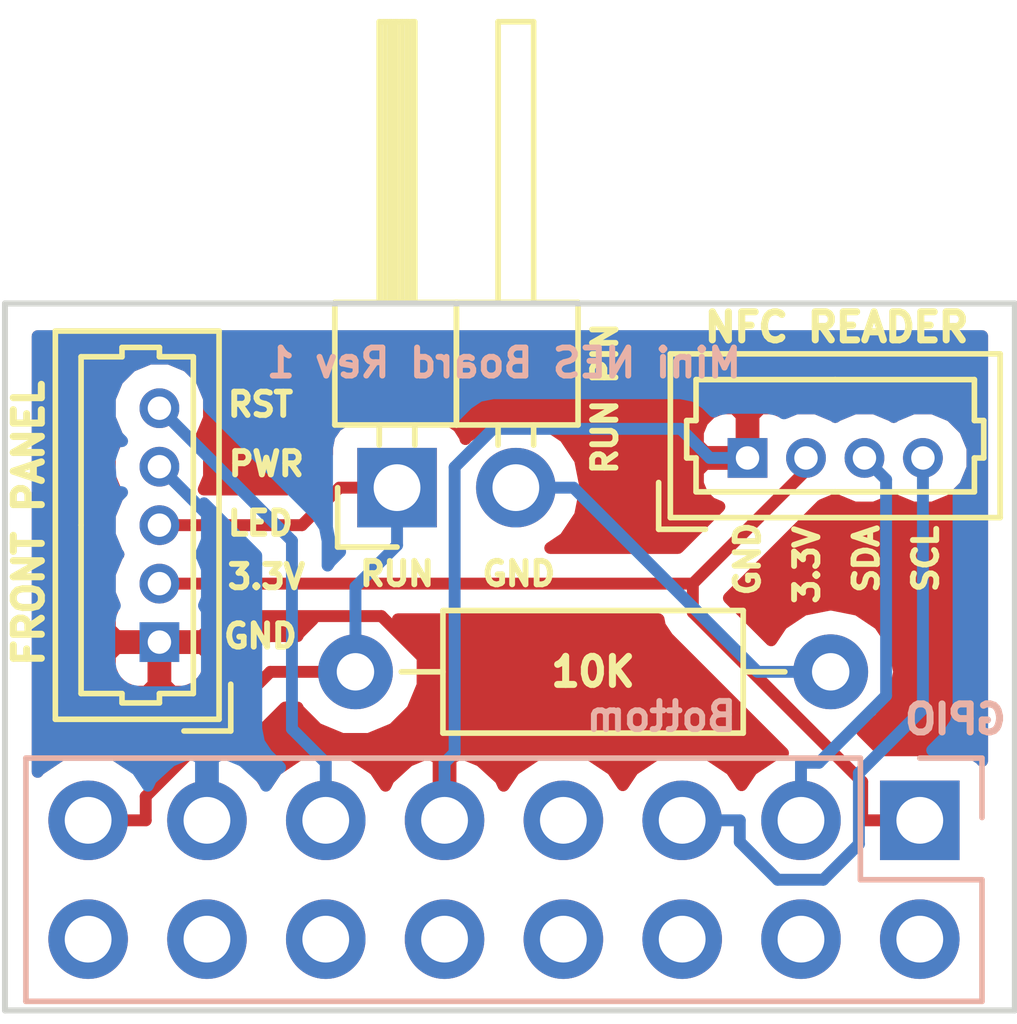
<source format=kicad_pcb>
(kicad_pcb (version 4) (host pcbnew 4.0.6)

  (general
    (links 12)
    (no_connects 0)
    (area 141.421 113.780999 165.672667 136.953142)
    (thickness 1.6)
    (drawings 17)
    (tracks 51)
    (zones 0)
    (modules 5)
    (nets 18)
  )

  (page USLetter)
  (title_block
    (title "Mini-NES_NFC by @coderkevin")
    (date 2017-05-18)
    (rev 1.0)
    (company "Eladio Martinez")
    (comment 1 https://github.com/coderkevin/mini-nes)
    (comment 2 https://oshpark.com/shared_projects/WR0dwyfv)
  )

  (layers
    (0 F.Cu signal)
    (31 B.Cu signal)
    (32 B.Adhes user)
    (33 F.Adhes user)
    (34 B.Paste user)
    (35 F.Paste user)
    (36 B.SilkS user)
    (37 F.SilkS user)
    (38 B.Mask user)
    (39 F.Mask user)
    (40 Dwgs.User user)
    (41 Cmts.User user)
    (42 Eco1.User user)
    (43 Eco2.User user)
    (44 Edge.Cuts user)
    (45 Margin user)
    (46 B.CrtYd user)
    (47 F.CrtYd user)
    (48 B.Fab user)
    (49 F.Fab user)
  )

  (setup
    (last_trace_width 0.254)
    (user_trace_width 0.1524)
    (user_trace_width 0.2)
    (user_trace_width 0.25)
    (user_trace_width 0.3)
    (user_trace_width 0.4)
    (user_trace_width 0.5)
    (user_trace_width 0.6)
    (user_trace_width 0.8)
    (user_trace_width 1)
    (user_trace_width 1.2)
    (user_trace_width 1.5)
    (user_trace_width 2)
    (trace_clearance 0.254)
    (zone_clearance 0.508)
    (zone_45_only no)
    (trace_min 0.1524)
    (segment_width 0.127)
    (edge_width 0.127)
    (via_size 0.6858)
    (via_drill 0.3302)
    (via_min_size 0.6858)
    (via_min_drill 0.3302)
    (uvia_size 0.508)
    (uvia_drill 0.127)
    (uvias_allowed no)
    (uvia_min_size 0.508)
    (uvia_min_drill 0.127)
    (pcb_text_width 0.127)
    (pcb_text_size 0.6 0.6)
    (mod_edge_width 0.127)
    (mod_text_size 0.6 0.6)
    (mod_text_width 0.127)
    (pad_size 1.524 1.524)
    (pad_drill 0.762)
    (pad_to_mask_clearance 0.05)
    (pad_to_paste_clearance -0.04)
    (aux_axis_origin 0 0)
    (visible_elements 7FFFFFFF)
    (pcbplotparams
      (layerselection 0x010f0_80000001)
      (usegerberextensions true)
      (excludeedgelayer true)
      (linewidth 0.127000)
      (plotframeref false)
      (viasonmask false)
      (mode 1)
      (useauxorigin false)
      (hpglpennumber 1)
      (hpglpenspeed 20)
      (hpglpendiameter 15)
      (hpglpenoverlay 2)
      (psnegative false)
      (psa4output false)
      (plotreference true)
      (plotvalue true)
      (plotinvisibletext false)
      (padsonsilk false)
      (subtractmaskfromsilk false)
      (outputformat 1)
      (mirror false)
      (drillshape 0)
      (scaleselection 1)
      (outputdirectory Mini-NES_Board.gerber/))
  )

  (net 0 "")
  (net 1 /LED)
  (net 2 /GND)
  (net 3 /VCC)
  (net 4 /SDA)
  (net 5 /SCL)
  (net 6 "Net-(J2-Pad2)")
  (net 7 "Net-(J2-Pad4)")
  (net 8 "Net-(J2-Pad6)")
  (net 9 "Net-(J2-Pad7)")
  (net 10 "Net-(J2-Pad8)")
  (net 11 "Net-(J2-Pad10)")
  (net 12 /RST)
  (net 13 "Net-(J2-Pad12)")
  (net 14 /PWR)
  (net 15 "Net-(J2-Pad14)")
  (net 16 "Net-(J2-Pad16)")
  (net 17 "Net-(J3-Pad2)")

  (net_class Default "Dit is de standaard class."
    (clearance 0.254)
    (trace_width 0.254)
    (via_dia 0.6858)
    (via_drill 0.3302)
    (uvia_dia 0.508)
    (uvia_drill 0.127)
    (add_net /GND)
    (add_net /LED)
    (add_net /PWR)
    (add_net /RST)
    (add_net /SCL)
    (add_net /SDA)
    (add_net /VCC)
    (add_net "Net-(J2-Pad10)")
    (add_net "Net-(J2-Pad12)")
    (add_net "Net-(J2-Pad14)")
    (add_net "Net-(J2-Pad16)")
    (add_net "Net-(J2-Pad2)")
    (add_net "Net-(J2-Pad4)")
    (add_net "Net-(J2-Pad6)")
    (add_net "Net-(J2-Pad7)")
    (add_net "Net-(J2-Pad8)")
    (add_net "Net-(J3-Pad2)")
  )

  (net_class 0.2mm ""
    (clearance 0.2)
    (trace_width 0.2)
    (via_dia 0.6858)
    (via_drill 0.3302)
    (uvia_dia 0.508)
    (uvia_drill 0.127)
  )

  (net_class Minimal ""
    (clearance 0.1524)
    (trace_width 0.1524)
    (via_dia 0.6858)
    (via_drill 0.3302)
    (uvia_dia 0.508)
    (uvia_drill 0.127)
  )

  (module Connectors_Molex:Molex_PicoBlade_53047-0410_04x1.25mm_Straight placed (layer F.Cu) (tedit 591F2AED) (tstamp 591F2657)
    (at 158.877 123.825)
    (descr "Molex PicoBlade, single row, top entry type, through hole, PN:53047-0410")
    (tags "connector molex picoblade")
    (path /591DF89C)
    (fp_text reference "NFC READER" (at 1.905 -2.794) (layer F.SilkS)
      (effects (font (size 0.6 0.6) (thickness 0.15)))
    )
    (fp_text value "NFC READER" (at 1.875 -3.25) (layer F.Fab) hide
      (effects (font (size 1 1) (thickness 0.15)))
    )
    (fp_line (start -2 -2.55) (end -2 1.6) (layer F.CrtYd) (width 0.05))
    (fp_line (start -2 1.6) (end 5.75 1.6) (layer F.CrtYd) (width 0.05))
    (fp_line (start 5.75 1.6) (end 5.75 -2.55) (layer F.CrtYd) (width 0.05))
    (fp_line (start 5.75 -2.55) (end -2 -2.55) (layer F.CrtYd) (width 0.05))
    (fp_line (start -1.5 -2.075) (end -1.5 1.125) (layer F.Fab) (width 0.1))
    (fp_line (start -1.5 1.125) (end 5.25 1.125) (layer F.Fab) (width 0.1))
    (fp_line (start 5.25 1.125) (end 5.25 -2.075) (layer F.Fab) (width 0.1))
    (fp_line (start 5.25 -2.075) (end -1.5 -2.075) (layer F.Fab) (width 0.1))
    (fp_line (start -1.65 -2.225) (end -1.65 1.275) (layer F.SilkS) (width 0.12))
    (fp_line (start -1.65 1.275) (end 5.4 1.275) (layer F.SilkS) (width 0.12))
    (fp_line (start 5.4 1.275) (end 5.4 -2.225) (layer F.SilkS) (width 0.12))
    (fp_line (start 5.4 -2.225) (end -1.65 -2.225) (layer F.SilkS) (width 0.12))
    (fp_line (start 1.875 0.725) (end -1.1 0.725) (layer F.SilkS) (width 0.12))
    (fp_line (start -1.1 0.725) (end -1.1 0) (layer F.SilkS) (width 0.12))
    (fp_line (start -1.1 0) (end -1.3 0) (layer F.SilkS) (width 0.12))
    (fp_line (start -1.3 0) (end -1.3 -0.8) (layer F.SilkS) (width 0.12))
    (fp_line (start -1.3 -0.8) (end -1.1 -0.8) (layer F.SilkS) (width 0.12))
    (fp_line (start -1.1 -0.8) (end -1.1 -1.675) (layer F.SilkS) (width 0.12))
    (fp_line (start -1.1 -1.675) (end 1.875 -1.675) (layer F.SilkS) (width 0.12))
    (fp_line (start 1.875 0.725) (end 4.85 0.725) (layer F.SilkS) (width 0.12))
    (fp_line (start 4.85 0.725) (end 4.85 0) (layer F.SilkS) (width 0.12))
    (fp_line (start 4.85 0) (end 5.05 0) (layer F.SilkS) (width 0.12))
    (fp_line (start 5.05 0) (end 5.05 -0.8) (layer F.SilkS) (width 0.12))
    (fp_line (start 5.05 -0.8) (end 4.85 -0.8) (layer F.SilkS) (width 0.12))
    (fp_line (start 4.85 -0.8) (end 4.85 -1.675) (layer F.SilkS) (width 0.12))
    (fp_line (start 4.85 -1.675) (end 1.875 -1.675) (layer F.SilkS) (width 0.12))
    (fp_line (start -1.9 1.525) (end -1.9 0.525) (layer F.SilkS) (width 0.12))
    (fp_line (start -1.9 1.525) (end -0.9 1.525) (layer F.SilkS) (width 0.12))
    (fp_text user %R (at 1.875 -1.25) (layer F.Fab) hide
      (effects (font (size 1 1) (thickness 0.15)))
    )
    (pad 1 thru_hole rect (at 0 0) (size 0.85 0.85) (drill 0.5) (layers *.Cu *.Mask)
      (net 2 /GND))
    (pad 2 thru_hole circle (at 1.25 0) (size 0.85 0.85) (drill 0.5) (layers *.Cu *.Mask)
      (net 3 /VCC))
    (pad 3 thru_hole circle (at 2.5 0) (size 0.85 0.85) (drill 0.5) (layers *.Cu *.Mask)
      (net 4 /SDA))
    (pad 4 thru_hole circle (at 3.75 0) (size 0.85 0.85) (drill 0.5) (layers *.Cu *.Mask)
      (net 5 /SCL))
    (model Connectors_Molex.3dshapes/Molex_PicoBlade_53047-0410.wrl
      (at (xyz 0.075 0 0))
      (scale (xyz 1 1 1))
      (rotate (xyz 0 0 180))
    )
  )

  (module Socket_Strips:Socket_Strip_Straight_2x08_Pitch2.54mm placed (layer B.Cu) (tedit 591F2D03) (tstamp 591F266B)
    (at 162.56 131.572 90)
    (descr "Through hole straight socket strip, 2x08, 2.54mm pitch, double rows")
    (tags "Through hole socket strip THT 2x08 2.54mm double row")
    (path /591DF53B)
    (fp_text reference GPIO (at 2.159 0.762 180) (layer B.SilkS)
      (effects (font (size 0.6 0.6) (thickness 0.15)) (justify mirror))
    )
    (fp_text value "RPi3 GPIO" (at -1.27 -20.11 90) (layer B.Fab) hide
      (effects (font (size 1 1) (thickness 0.15)) (justify mirror))
    )
    (fp_line (start -3.81 1.27) (end -3.81 -19.05) (layer B.Fab) (width 0.1))
    (fp_line (start -3.81 -19.05) (end 1.27 -19.05) (layer B.Fab) (width 0.1))
    (fp_line (start 1.27 -19.05) (end 1.27 1.27) (layer B.Fab) (width 0.1))
    (fp_line (start 1.27 1.27) (end -3.81 1.27) (layer B.Fab) (width 0.1))
    (fp_line (start 1.33 -1.27) (end 1.33 -19.11) (layer B.SilkS) (width 0.12))
    (fp_line (start 1.33 -19.11) (end -3.87 -19.11) (layer B.SilkS) (width 0.12))
    (fp_line (start -3.87 -19.11) (end -3.87 1.33) (layer B.SilkS) (width 0.12))
    (fp_line (start -3.87 1.33) (end -1.27 1.33) (layer B.SilkS) (width 0.12))
    (fp_line (start -1.27 1.33) (end -1.27 -1.27) (layer B.SilkS) (width 0.12))
    (fp_line (start -1.27 -1.27) (end 1.33 -1.27) (layer B.SilkS) (width 0.12))
    (fp_line (start 1.33 0) (end 1.33 1.33) (layer B.SilkS) (width 0.12))
    (fp_line (start 1.33 1.33) (end 0.06 1.33) (layer B.SilkS) (width 0.12))
    (fp_line (start -4.35 1.8) (end -4.35 -19.55) (layer B.CrtYd) (width 0.05))
    (fp_line (start -4.35 -19.55) (end 1.8 -19.55) (layer B.CrtYd) (width 0.05))
    (fp_line (start 1.8 -19.55) (end 1.8 1.8) (layer B.CrtYd) (width 0.05))
    (fp_line (start 1.8 1.8) (end -4.35 1.8) (layer B.CrtYd) (width 0.05))
    (fp_text user %R (at -1.27 2.33 90) (layer B.Fab) hide
      (effects (font (size 1 1) (thickness 0.15)) (justify mirror))
    )
    (pad 1 thru_hole rect (at 0 0 90) (size 1.7 1.7) (drill 1) (layers *.Cu *.Mask)
      (net 3 /VCC))
    (pad 2 thru_hole oval (at -2.54 0 90) (size 1.7 1.7) (drill 1) (layers *.Cu *.Mask)
      (net 6 "Net-(J2-Pad2)"))
    (pad 3 thru_hole oval (at 0 -2.54 90) (size 1.7 1.7) (drill 1) (layers *.Cu *.Mask)
      (net 4 /SDA))
    (pad 4 thru_hole oval (at -2.54 -2.54 90) (size 1.7 1.7) (drill 1) (layers *.Cu *.Mask)
      (net 7 "Net-(J2-Pad4)"))
    (pad 5 thru_hole oval (at 0 -5.08 90) (size 1.7 1.7) (drill 1) (layers *.Cu *.Mask)
      (net 5 /SCL))
    (pad 6 thru_hole oval (at -2.54 -5.08 90) (size 1.7 1.7) (drill 1) (layers *.Cu *.Mask)
      (net 8 "Net-(J2-Pad6)"))
    (pad 7 thru_hole oval (at 0 -7.62 90) (size 1.7 1.7) (drill 1) (layers *.Cu *.Mask)
      (net 9 "Net-(J2-Pad7)"))
    (pad 8 thru_hole oval (at -2.54 -7.62 90) (size 1.7 1.7) (drill 1) (layers *.Cu *.Mask)
      (net 10 "Net-(J2-Pad8)"))
    (pad 9 thru_hole oval (at 0 -10.16 90) (size 1.7 1.7) (drill 1) (layers *.Cu *.Mask)
      (net 2 /GND))
    (pad 10 thru_hole oval (at -2.54 -10.16 90) (size 1.7 1.7) (drill 1) (layers *.Cu *.Mask)
      (net 11 "Net-(J2-Pad10)"))
    (pad 11 thru_hole oval (at 0 -12.7 90) (size 1.7 1.7) (drill 1) (layers *.Cu *.Mask)
      (net 12 /RST))
    (pad 12 thru_hole oval (at -2.54 -12.7 90) (size 1.7 1.7) (drill 1) (layers *.Cu *.Mask)
      (net 13 "Net-(J2-Pad12)"))
    (pad 13 thru_hole oval (at 0 -15.24 90) (size 1.7 1.7) (drill 1) (layers *.Cu *.Mask)
      (net 14 /PWR))
    (pad 14 thru_hole oval (at -2.54 -15.24 90) (size 1.7 1.7) (drill 1) (layers *.Cu *.Mask)
      (net 15 "Net-(J2-Pad14)"))
    (pad 15 thru_hole oval (at 0 -17.78 90) (size 1.7 1.7) (drill 1) (layers *.Cu *.Mask)
      (net 1 /LED))
    (pad 16 thru_hole oval (at -2.54 -17.78 90) (size 1.7 1.7) (drill 1) (layers *.Cu *.Mask)
      (net 16 "Net-(J2-Pad16)"))
    (model ${KISYS3DMOD}/Socket_Strips.3dshapes/Socket_Strip_Straight_2x08_Pitch2.54mm.wrl
      (at (xyz -0.05 -0.35 0))
      (scale (xyz 1 1 1))
      (rotate (xyz 0 0 270))
    )
  )

  (module Pin_Headers:Pin_Header_Angled_1x02_Pitch2.54mm placed (layer F.Cu) (tedit 5942A287) (tstamp 591F2671)
    (at 151.384 124.46 90)
    (descr "Through hole angled pin header, 1x02, 2.54mm pitch, 6mm pin length, single row")
    (tags "Through hole angled pin header THT 1x02 2.54mm single row")
    (path /591E03C4)
    (fp_text reference "RUN PIN" (at 1.905 4.445 90) (layer F.SilkS)
      (effects (font (size 0.5 0.5) (thickness 0.125)))
    )
    (fp_text value "RESET PIN" (at 4.315 4.81 90) (layer F.Fab) hide
      (effects (font (size 1 1) (thickness 0.15)))
    )
    (fp_line (start 1.4 -1.27) (end 1.4 1.27) (layer F.Fab) (width 0.1))
    (fp_line (start 1.4 1.27) (end 3.9 1.27) (layer F.Fab) (width 0.1))
    (fp_line (start 3.9 1.27) (end 3.9 -1.27) (layer F.Fab) (width 0.1))
    (fp_line (start 3.9 -1.27) (end 1.4 -1.27) (layer F.Fab) (width 0.1))
    (fp_line (start 0 -0.32) (end 0 0.32) (layer F.Fab) (width 0.1))
    (fp_line (start 0 0.32) (end 9.9 0.32) (layer F.Fab) (width 0.1))
    (fp_line (start 9.9 0.32) (end 9.9 -0.32) (layer F.Fab) (width 0.1))
    (fp_line (start 9.9 -0.32) (end 0 -0.32) (layer F.Fab) (width 0.1))
    (fp_line (start 1.4 1.27) (end 1.4 3.81) (layer F.Fab) (width 0.1))
    (fp_line (start 1.4 3.81) (end 3.9 3.81) (layer F.Fab) (width 0.1))
    (fp_line (start 3.9 3.81) (end 3.9 1.27) (layer F.Fab) (width 0.1))
    (fp_line (start 3.9 1.27) (end 1.4 1.27) (layer F.Fab) (width 0.1))
    (fp_line (start 0 2.22) (end 0 2.86) (layer F.Fab) (width 0.1))
    (fp_line (start 0 2.86) (end 9.9 2.86) (layer F.Fab) (width 0.1))
    (fp_line (start 9.9 2.86) (end 9.9 2.22) (layer F.Fab) (width 0.1))
    (fp_line (start 9.9 2.22) (end 0 2.22) (layer F.Fab) (width 0.1))
    (fp_line (start 1.34 -1.33) (end 1.34 1.27) (layer F.SilkS) (width 0.12))
    (fp_line (start 1.34 1.27) (end 3.96 1.27) (layer F.SilkS) (width 0.12))
    (fp_line (start 3.96 1.27) (end 3.96 -1.33) (layer F.SilkS) (width 0.12))
    (fp_line (start 3.96 -1.33) (end 1.34 -1.33) (layer F.SilkS) (width 0.12))
    (fp_line (start 3.96 -0.38) (end 3.96 0.38) (layer F.SilkS) (width 0.12))
    (fp_line (start 3.96 0.38) (end 9.96 0.38) (layer F.SilkS) (width 0.12))
    (fp_line (start 9.96 0.38) (end 9.96 -0.38) (layer F.SilkS) (width 0.12))
    (fp_line (start 9.96 -0.38) (end 3.96 -0.38) (layer F.SilkS) (width 0.12))
    (fp_line (start 0.91 -0.38) (end 1.34 -0.38) (layer F.SilkS) (width 0.12))
    (fp_line (start 0.91 0.38) (end 1.34 0.38) (layer F.SilkS) (width 0.12))
    (fp_line (start 3.96 -0.26) (end 9.96 -0.26) (layer F.SilkS) (width 0.12))
    (fp_line (start 3.96 -0.14) (end 9.96 -0.14) (layer F.SilkS) (width 0.12))
    (fp_line (start 3.96 -0.02) (end 9.96 -0.02) (layer F.SilkS) (width 0.12))
    (fp_line (start 3.96 0.1) (end 9.96 0.1) (layer F.SilkS) (width 0.12))
    (fp_line (start 3.96 0.22) (end 9.96 0.22) (layer F.SilkS) (width 0.12))
    (fp_line (start 3.96 0.34) (end 9.96 0.34) (layer F.SilkS) (width 0.12))
    (fp_line (start 1.34 1.27) (end 1.34 3.87) (layer F.SilkS) (width 0.12))
    (fp_line (start 1.34 3.87) (end 3.96 3.87) (layer F.SilkS) (width 0.12))
    (fp_line (start 3.96 3.87) (end 3.96 1.27) (layer F.SilkS) (width 0.12))
    (fp_line (start 3.96 1.27) (end 1.34 1.27) (layer F.SilkS) (width 0.12))
    (fp_line (start 3.96 2.16) (end 3.96 2.92) (layer F.SilkS) (width 0.12))
    (fp_line (start 3.96 2.92) (end 9.96 2.92) (layer F.SilkS) (width 0.12))
    (fp_line (start 9.96 2.92) (end 9.96 2.16) (layer F.SilkS) (width 0.12))
    (fp_line (start 9.96 2.16) (end 3.96 2.16) (layer F.SilkS) (width 0.12))
    (fp_line (start 0.91 2.16) (end 1.34 2.16) (layer F.SilkS) (width 0.12))
    (fp_line (start 0.91 2.92) (end 1.34 2.92) (layer F.SilkS) (width 0.12))
    (fp_line (start -1.27 0) (end -1.27 -1.27) (layer F.SilkS) (width 0.12))
    (fp_line (start -1.27 -1.27) (end 0 -1.27) (layer F.SilkS) (width 0.12))
    (fp_line (start -1.8 -1.8) (end -1.8 4.35) (layer F.CrtYd) (width 0.05))
    (fp_line (start -1.8 4.35) (end 10.4 4.35) (layer F.CrtYd) (width 0.05))
    (fp_line (start 10.4 4.35) (end 10.4 -1.8) (layer F.CrtYd) (width 0.05))
    (fp_line (start 10.4 -1.8) (end -1.8 -1.8) (layer F.CrtYd) (width 0.05))
    (fp_text user %R (at 4.315 -2.27 90) (layer F.Fab) hide
      (effects (font (size 1 1) (thickness 0.15)))
    )
    (pad 1 thru_hole rect (at 0 0 90) (size 1.7 1.7) (drill 1) (layers *.Cu *.Mask)
      (net 1 /LED))
    (pad 2 thru_hole oval (at 0 2.54 90) (size 1.7 1.7) (drill 1) (layers *.Cu *.Mask)
      (net 17 "Net-(J3-Pad2)"))
    (model ${KISYS3DMOD}/Pin_Headers.3dshapes/Pin_Header_Angled_1x02_Pitch2.54mm.wrl
      (at (xyz 0 -0.05 0))
      (scale (xyz 1 1 1))
      (rotate (xyz 0 0 90))
    )
  )

  (module Connectors_Molex:Molex_PicoBlade_53047-0510_05x1.25mm_Straight placed (layer F.Cu) (tedit 591F2968) (tstamp 591F267A)
    (at 146.304 127.762 90)
    (descr "Molex PicoBlade, single row, top entry type, through hole, PN:53047-0510")
    (tags "connector molex picoblade")
    (path /591E40B0)
    (fp_text reference "FRONT PANEL" (at 2.54 -2.794 90) (layer F.SilkS)
      (effects (font (size 0.6 0.6) (thickness 0.15)))
    )
    (fp_text value "FRONT PANEL" (at 2.5 -3.25 90) (layer F.Fab) hide
      (effects (font (size 1 1) (thickness 0.15)))
    )
    (fp_line (start -2 -2.55) (end -2 1.6) (layer F.CrtYd) (width 0.05))
    (fp_line (start -2 1.6) (end 7 1.6) (layer F.CrtYd) (width 0.05))
    (fp_line (start 7 1.6) (end 7 -2.55) (layer F.CrtYd) (width 0.05))
    (fp_line (start 7 -2.55) (end -2 -2.55) (layer F.CrtYd) (width 0.05))
    (fp_line (start -1.5 -2.075) (end -1.5 1.125) (layer F.Fab) (width 0.1))
    (fp_line (start -1.5 1.125) (end 6.5 1.125) (layer F.Fab) (width 0.1))
    (fp_line (start 6.5 1.125) (end 6.5 -2.075) (layer F.Fab) (width 0.1))
    (fp_line (start 6.5 -2.075) (end -1.5 -2.075) (layer F.Fab) (width 0.1))
    (fp_line (start -1.65 -2.225) (end -1.65 1.275) (layer F.SilkS) (width 0.12))
    (fp_line (start -1.65 1.275) (end 6.65 1.275) (layer F.SilkS) (width 0.12))
    (fp_line (start 6.65 1.275) (end 6.65 -2.225) (layer F.SilkS) (width 0.12))
    (fp_line (start 6.65 -2.225) (end -1.65 -2.225) (layer F.SilkS) (width 0.12))
    (fp_line (start 2.5 0.725) (end -1.1 0.725) (layer F.SilkS) (width 0.12))
    (fp_line (start -1.1 0.725) (end -1.1 0) (layer F.SilkS) (width 0.12))
    (fp_line (start -1.1 0) (end -1.3 0) (layer F.SilkS) (width 0.12))
    (fp_line (start -1.3 0) (end -1.3 -0.8) (layer F.SilkS) (width 0.12))
    (fp_line (start -1.3 -0.8) (end -1.1 -0.8) (layer F.SilkS) (width 0.12))
    (fp_line (start -1.1 -0.8) (end -1.1 -1.675) (layer F.SilkS) (width 0.12))
    (fp_line (start -1.1 -1.675) (end 2.5 -1.675) (layer F.SilkS) (width 0.12))
    (fp_line (start 2.5 0.725) (end 6.1 0.725) (layer F.SilkS) (width 0.12))
    (fp_line (start 6.1 0.725) (end 6.1 0) (layer F.SilkS) (width 0.12))
    (fp_line (start 6.1 0) (end 6.3 0) (layer F.SilkS) (width 0.12))
    (fp_line (start 6.3 0) (end 6.3 -0.8) (layer F.SilkS) (width 0.12))
    (fp_line (start 6.3 -0.8) (end 6.1 -0.8) (layer F.SilkS) (width 0.12))
    (fp_line (start 6.1 -0.8) (end 6.1 -1.675) (layer F.SilkS) (width 0.12))
    (fp_line (start 6.1 -1.675) (end 2.5 -1.675) (layer F.SilkS) (width 0.12))
    (fp_line (start -1.9 1.525) (end -1.9 0.525) (layer F.SilkS) (width 0.12))
    (fp_line (start -1.9 1.525) (end -0.9 1.525) (layer F.SilkS) (width 0.12))
    (fp_text user %R (at 2.5 -1.25 90) (layer F.Fab) hide
      (effects (font (size 1 1) (thickness 0.15)))
    )
    (pad 1 thru_hole rect (at 0 0 90) (size 0.85 0.85) (drill 0.5) (layers *.Cu *.Mask)
      (net 2 /GND))
    (pad 2 thru_hole circle (at 1.25 0 90) (size 0.85 0.85) (drill 0.5) (layers *.Cu *.Mask)
      (net 3 /VCC))
    (pad 3 thru_hole circle (at 2.5 0 90) (size 0.85 0.85) (drill 0.5) (layers *.Cu *.Mask)
      (net 1 /LED))
    (pad 4 thru_hole circle (at 3.75 0 90) (size 0.85 0.85) (drill 0.5) (layers *.Cu *.Mask)
      (net 14 /PWR))
    (pad 5 thru_hole circle (at 5 0 90) (size 0.85 0.85) (drill 0.5) (layers *.Cu *.Mask)
      (net 12 /RST))
    (model Connectors_Molex.3dshapes/Molex_PicoBlade_53047-0510.wrl
      (at (xyz 0.1 0 0))
      (scale (xyz 1 1 1))
      (rotate (xyz 0 0 180))
    )
  )

  (module Resistors_THT:R_Axial_DIN0207_L6.3mm_D2.5mm_P10.16mm_Horizontal placed (layer F.Cu) (tedit 591F2CD7) (tstamp 591F2680)
    (at 150.495 128.397)
    (descr "Resistor, Axial_DIN0207 series, Axial, Horizontal, pin pitch=10.16mm, 0.25W = 1/4W, length*diameter=6.3*2.5mm^2, http://cdn-reichelt.de/documents/datenblatt/B400/1_4W%23YAG.pdf")
    (tags "Resistor Axial_DIN0207 series Axial Horizontal pin pitch 10.16mm 0.25W = 1/4W length 6.3mm diameter 2.5mm")
    (path /591DF7AE)
    (fp_text reference 10K (at 5.08 0) (layer F.SilkS)
      (effects (font (size 0.6 0.6) (thickness 0.15)))
    )
    (fp_text value 10K (at 5.08 2.31) (layer F.Fab) hide
      (effects (font (size 1 1) (thickness 0.15)))
    )
    (fp_line (start 1.93 -1.25) (end 1.93 1.25) (layer F.Fab) (width 0.1))
    (fp_line (start 1.93 1.25) (end 8.23 1.25) (layer F.Fab) (width 0.1))
    (fp_line (start 8.23 1.25) (end 8.23 -1.25) (layer F.Fab) (width 0.1))
    (fp_line (start 8.23 -1.25) (end 1.93 -1.25) (layer F.Fab) (width 0.1))
    (fp_line (start 0 0) (end 1.93 0) (layer F.Fab) (width 0.1))
    (fp_line (start 10.16 0) (end 8.23 0) (layer F.Fab) (width 0.1))
    (fp_line (start 1.87 -1.31) (end 1.87 1.31) (layer F.SilkS) (width 0.12))
    (fp_line (start 1.87 1.31) (end 8.29 1.31) (layer F.SilkS) (width 0.12))
    (fp_line (start 8.29 1.31) (end 8.29 -1.31) (layer F.SilkS) (width 0.12))
    (fp_line (start 8.29 -1.31) (end 1.87 -1.31) (layer F.SilkS) (width 0.12))
    (fp_line (start 0.98 0) (end 1.87 0) (layer F.SilkS) (width 0.12))
    (fp_line (start 9.18 0) (end 8.29 0) (layer F.SilkS) (width 0.12))
    (fp_line (start -1.05 -1.6) (end -1.05 1.6) (layer F.CrtYd) (width 0.05))
    (fp_line (start -1.05 1.6) (end 11.25 1.6) (layer F.CrtYd) (width 0.05))
    (fp_line (start 11.25 1.6) (end 11.25 -1.6) (layer F.CrtYd) (width 0.05))
    (fp_line (start 11.25 -1.6) (end -1.05 -1.6) (layer F.CrtYd) (width 0.05))
    (pad 1 thru_hole circle (at 0 0) (size 1.6 1.6) (drill 0.8) (layers *.Cu *.Mask)
      (net 1 /LED))
    (pad 2 thru_hole oval (at 10.16 0) (size 1.6 1.6) (drill 0.8) (layers *.Cu *.Mask)
      (net 17 "Net-(J3-Pad2)"))
    (model Resistors_THT.3dshapes/R_Axial_DIN0207_L6.3mm_D2.5mm_P10.16mm_Horizontal.wrl
      (at (xyz 0 0 0))
      (scale (xyz 0.393701 0.393701 0.393701))
      (rotate (xyz 0 0 0))
    )
  )

  (gr_text Bottom (at 157.0355 129.3495) (layer B.SilkS)
    (effects (font (size 0.6 0.6) (thickness 0.127)) (justify mirror))
  )
  (gr_text GND (at 153.9875 126.3015) (layer F.SilkS)
    (effects (font (size 0.5 0.5) (thickness 0.125)))
  )
  (gr_text "Mini NES Board Rev 1" (at 153.67 121.793) (layer B.SilkS)
    (effects (font (size 0.6 0.6) (thickness 0.127)) (justify mirror))
  )
  (gr_line (start 143.002 120.523) (end 164.592 120.523) (angle 90) (layer Edge.Cuts) (width 0.127))
  (gr_line (start 164.592 135.636) (end 143.002 135.636) (angle 90) (layer Edge.Cuts) (width 0.127))
  (gr_line (start 164.592 120.523) (end 164.592 135.636) (angle 90) (layer Edge.Cuts) (width 0.127))
  (gr_line (start 143.002 135.636) (end 143.002 120.523) (angle 90) (layer Edge.Cuts) (width 0.127))
  (gr_text SCL (at 162.687 125.984 90) (layer F.SilkS)
    (effects (font (size 0.5 0.5) (thickness 0.125)))
  )
  (gr_text SDA (at 161.417 125.984 90) (layer F.SilkS)
    (effects (font (size 0.5 0.5) (thickness 0.125)))
  )
  (gr_text 3.3V (at 160.147 126.111 90) (layer F.SilkS)
    (effects (font (size 0.5 0.5) (thickness 0.125)))
  )
  (gr_text GND (at 158.877 125.984 90) (layer F.SilkS)
    (effects (font (size 0.5 0.5) (thickness 0.125)))
  )
  (gr_text RUN (at 151.384 126.3015) (layer F.SilkS)
    (effects (font (size 0.5 0.5) (thickness 0.125)))
  )
  (gr_text GND (at 148.463 127.635) (layer F.SilkS)
    (effects (font (size 0.5 0.5) (thickness 0.125)))
  )
  (gr_text 3.3V (at 148.59 126.365) (layer F.SilkS)
    (effects (font (size 0.5 0.5) (thickness 0.125)))
  )
  (gr_text LED (at 148.463 125.222) (layer F.SilkS)
    (effects (font (size 0.5 0.5) (thickness 0.125)))
  )
  (gr_text PWR (at 148.59 123.952) (layer F.SilkS)
    (effects (font (size 0.5 0.5) (thickness 0.125)))
  )
  (gr_text RST (at 148.463 122.682) (layer F.SilkS)
    (effects (font (size 0.5 0.5) (thickness 0.125)))
  )

  (segment (start 149.3507 125.262) (end 150.1527 124.46) (width 0.254) (layer F.Cu) (net 1))
  (segment (start 146.304 125.262) (end 149.3507 125.262) (width 0.254) (layer F.Cu) (net 1))
  (segment (start 151.384 124.46) (end 150.1527 124.46) (width 0.254) (layer F.Cu) (net 1))
  (segment (start 146.0113 131.0618) (end 146.0113 131.572) (width 0.254) (layer F.Cu) (net 1))
  (segment (start 148.6761 128.397) (end 146.0113 131.0618) (width 0.254) (layer F.Cu) (net 1))
  (segment (start 150.495 128.397) (end 148.6761 128.397) (width 0.254) (layer F.Cu) (net 1))
  (segment (start 144.78 131.572) (end 146.0113 131.572) (width 0.254) (layer F.Cu) (net 1))
  (segment (start 150.495 126.5803) (end 151.384 125.6913) (width 0.254) (layer B.Cu) (net 1))
  (segment (start 150.495 128.397) (end 150.495 126.5803) (width 0.254) (layer B.Cu) (net 1))
  (segment (start 151.384 124.46) (end 151.384 125.6913) (width 0.254) (layer B.Cu) (net 1))
  (segment (start 152.4 128.5565) (end 152.4 131.572) (width 0.254) (layer F.Cu) (net 2))
  (segment (start 151.0493 127.2058) (end 152.4 128.5565) (width 0.254) (layer F.Cu) (net 2))
  (segment (start 147.6665 127.2058) (end 151.0493 127.2058) (width 0.254) (layer F.Cu) (net 2))
  (segment (start 147.1103 127.762) (end 147.6665 127.2058) (width 0.254) (layer F.Cu) (net 2))
  (segment (start 146.304 127.762) (end 147.1103 127.762) (width 0.254) (layer F.Cu) (net 2))
  (segment (start 157.4486 123.2029) (end 158.0707 123.825) (width 0.254) (layer B.Cu) (net 2))
  (segment (start 153.435 123.2029) (end 157.4486 123.2029) (width 0.254) (layer B.Cu) (net 2))
  (segment (start 152.6154 124.0225) (end 153.435 123.2029) (width 0.254) (layer B.Cu) (net 2))
  (segment (start 152.6154 130.1253) (end 152.6154 124.0225) (width 0.254) (layer B.Cu) (net 2))
  (segment (start 152.4 130.3407) (end 152.6154 130.1253) (width 0.254) (layer B.Cu) (net 2))
  (segment (start 152.4 131.572) (end 152.4 130.3407) (width 0.254) (layer B.Cu) (net 2))
  (segment (start 158.877 123.825) (end 158.0707 123.825) (width 0.254) (layer B.Cu) (net 2))
  (segment (start 146.304 126.512) (end 157.7078 126.512) (width 0.254) (layer F.Cu) (net 3))
  (segment (start 157.7078 127.1273) (end 157.7078 126.512) (width 0.254) (layer F.Cu) (net 3))
  (segment (start 161.3287 130.7482) (end 157.7078 127.1273) (width 0.254) (layer F.Cu) (net 3))
  (segment (start 161.3287 131.572) (end 161.3287 130.7482) (width 0.254) (layer F.Cu) (net 3))
  (segment (start 160.127 124.0928) (end 160.127 123.825) (width 0.254) (layer F.Cu) (net 3))
  (segment (start 157.7078 126.512) (end 160.127 124.0928) (width 0.254) (layer F.Cu) (net 3))
  (segment (start 162.56 131.572) (end 161.3287 131.572) (width 0.254) (layer F.Cu) (net 3))
  (segment (start 161.8395 124.2875) (end 161.377 123.825) (width 0.254) (layer B.Cu) (net 4))
  (segment (start 161.8395 128.906) (end 161.8395 124.2875) (width 0.254) (layer B.Cu) (net 4))
  (segment (start 160.4048 130.3407) (end 161.8395 128.906) (width 0.254) (layer B.Cu) (net 4))
  (segment (start 160.02 130.3407) (end 160.4048 130.3407) (width 0.254) (layer B.Cu) (net 4))
  (segment (start 160.02 131.572) (end 160.02 130.3407) (width 0.254) (layer B.Cu) (net 4))
  (segment (start 162.627 129.1934) (end 162.627 123.825) (width 0.254) (layer B.Cu) (net 5))
  (segment (start 161.258 130.5624) (end 162.627 129.1934) (width 0.254) (layer B.Cu) (net 5))
  (segment (start 161.258 132.0799) (end 161.258 130.5624) (width 0.254) (layer B.Cu) (net 5))
  (segment (start 160.4959 132.842) (end 161.258 132.0799) (width 0.254) (layer B.Cu) (net 5))
  (segment (start 159.5196 132.842) (end 160.4959 132.842) (width 0.254) (layer B.Cu) (net 5))
  (segment (start 158.7113 132.0337) (end 159.5196 132.842) (width 0.254) (layer B.Cu) (net 5))
  (segment (start 158.7113 131.572) (end 158.7113 132.0337) (width 0.254) (layer B.Cu) (net 5))
  (segment (start 157.48 131.572) (end 158.7113 131.572) (width 0.254) (layer B.Cu) (net 5))
  (segment (start 149.1371 129.6178) (end 149.86 130.3407) (width 0.254) (layer B.Cu) (net 12))
  (segment (start 149.1371 125.5951) (end 149.1371 129.6178) (width 0.254) (layer B.Cu) (net 12))
  (segment (start 146.304 122.762) (end 149.1371 125.5951) (width 0.254) (layer B.Cu) (net 12))
  (segment (start 149.86 131.572) (end 149.86 130.3407) (width 0.254) (layer B.Cu) (net 12))
  (segment (start 147.32 125.028) (end 147.32 131.572) (width 0.254) (layer B.Cu) (net 14))
  (segment (start 146.304 124.012) (end 147.32 125.028) (width 0.254) (layer B.Cu) (net 14))
  (segment (start 159.0923 128.397) (end 155.1553 124.46) (width 0.254) (layer B.Cu) (net 17))
  (segment (start 160.655 128.397) (end 159.0923 128.397) (width 0.254) (layer B.Cu) (net 17))
  (segment (start 153.924 124.46) (end 155.1553 124.46) (width 0.254) (layer B.Cu) (net 17))

  (zone (net 2) (net_name /GND) (layer F.Cu) (tstamp 591F33BB) (hatch edge 0.508)
    (connect_pads (clearance 0.508))
    (min_thickness 0.254)
    (fill yes (arc_segments 16) (thermal_gap 0.508) (thermal_bridge_width 0.508))
    (polygon
      (pts
        (xy 164.592 135.636) (xy 143.002 135.636) (xy 143.002 120.523) (xy 164.592 120.523)
      )
    )
    (filled_polygon
      (pts
        (xy 157.003804 127.418905) (xy 157.042121 127.47625) (xy 157.168985 127.666115) (xy 159.636967 130.134097) (xy 159.451715 130.170946)
        (xy 158.969946 130.492853) (xy 158.75 130.822026) (xy 158.530054 130.492853) (xy 158.048285 130.170946) (xy 157.48 130.057907)
        (xy 156.911715 130.170946) (xy 156.429946 130.492853) (xy 156.21 130.822026) (xy 155.990054 130.492853) (xy 155.508285 130.170946)
        (xy 154.94 130.057907) (xy 154.371715 130.170946) (xy 153.889946 130.492853) (xy 153.662298 130.833553) (xy 153.595183 130.690642)
        (xy 153.166924 130.300355) (xy 152.75689 130.130524) (xy 152.527 130.251845) (xy 152.527 131.445) (xy 152.547 131.445)
        (xy 152.547 131.699) (xy 152.527 131.699) (xy 152.527 131.719) (xy 152.273 131.719) (xy 152.273 131.699)
        (xy 152.253 131.699) (xy 152.253 131.445) (xy 152.273 131.445) (xy 152.273 130.251845) (xy 152.04311 130.130524)
        (xy 151.633076 130.300355) (xy 151.204817 130.690642) (xy 151.137702 130.833553) (xy 150.910054 130.492853) (xy 150.428285 130.170946)
        (xy 149.86 130.057907) (xy 149.291715 130.170946) (xy 148.809946 130.492853) (xy 148.59 130.822026) (xy 148.370054 130.492853)
        (xy 147.943135 130.207596) (xy 148.991731 129.159) (xy 149.25718 129.159) (xy 149.277757 129.2088) (xy 149.681077 129.612824)
        (xy 150.208309 129.83175) (xy 150.779187 129.832248) (xy 151.3068 129.614243) (xy 151.710824 129.210923) (xy 151.92975 128.683691)
        (xy 151.930248 128.112813) (xy 151.712243 127.5852) (xy 151.401585 127.274) (xy 156.974981 127.274)
      )
    )
    (filled_polygon
      (pts
        (xy 163.8935 130.300723) (xy 163.87409 130.270559) (xy 163.66189 130.125569) (xy 163.41 130.07456) (xy 161.73269 130.07456)
        (xy 161.321363 129.663233) (xy 161.697811 129.411698) (xy 162.00888 128.946151) (xy 162.118113 128.397) (xy 162.00888 127.847849)
        (xy 161.697811 127.382302) (xy 161.232264 127.071233) (xy 160.683113 126.962) (xy 160.626887 126.962) (xy 160.077736 127.071233)
        (xy 159.612189 127.382302) (xy 159.383175 127.725045) (xy 158.47778 126.81965) (xy 160.465285 124.832146) (xy 160.726658 124.724149)
        (xy 160.751783 124.699068) (xy 160.775774 124.723101) (xy 161.165228 124.884816) (xy 161.586922 124.885184) (xy 161.976658 124.724149)
        (xy 162.001783 124.699068) (xy 162.025774 124.723101) (xy 162.415228 124.884816) (xy 162.836922 124.885184) (xy 163.226658 124.724149)
        (xy 163.525101 124.426226) (xy 163.686816 124.036772) (xy 163.687184 123.615078) (xy 163.526149 123.225342) (xy 163.228226 122.926899)
        (xy 162.838772 122.765184) (xy 162.417078 122.764816) (xy 162.027342 122.925851) (xy 162.002217 122.950932) (xy 161.978226 122.926899)
        (xy 161.588772 122.765184) (xy 161.167078 122.764816) (xy 160.777342 122.925851) (xy 160.752217 122.950932) (xy 160.728226 122.926899)
        (xy 160.338772 122.765184) (xy 159.917078 122.764816) (xy 159.667828 122.867803) (xy 159.661698 122.861673) (xy 159.428309 122.765)
        (xy 159.16275 122.765) (xy 159.004 122.92375) (xy 159.004 123.698) (xy 159.024 123.698) (xy 159.024 123.952)
        (xy 159.004 123.952) (xy 159.004 123.972) (xy 158.75 123.972) (xy 158.75 123.952) (xy 157.97575 123.952)
        (xy 157.817 124.11075) (xy 157.817 124.37631) (xy 157.913673 124.609699) (xy 158.092302 124.788327) (xy 158.277239 124.864931)
        (xy 157.39217 125.75) (xy 154.658489 125.75) (xy 154.974054 125.539147) (xy 155.295961 125.057378) (xy 155.409 124.489093)
        (xy 155.409 124.430907) (xy 155.295961 123.862622) (xy 154.974054 123.380853) (xy 154.813673 123.27369) (xy 157.817 123.27369)
        (xy 157.817 123.53925) (xy 157.97575 123.698) (xy 158.75 123.698) (xy 158.75 122.92375) (xy 158.59125 122.765)
        (xy 158.325691 122.765) (xy 158.092302 122.861673) (xy 157.913673 123.040301) (xy 157.817 123.27369) (xy 154.813673 123.27369)
        (xy 154.492285 123.058946) (xy 153.924 122.945907) (xy 153.355715 123.058946) (xy 152.873946 123.380853) (xy 152.84615 123.422452)
        (xy 152.837162 123.374683) (xy 152.69809 123.158559) (xy 152.48589 123.013569) (xy 152.234 122.96256) (xy 150.534 122.96256)
        (xy 150.298683 123.006838) (xy 150.082559 123.14591) (xy 149.937569 123.35811) (xy 149.88656 123.61) (xy 149.88656 123.750939)
        (xy 149.861095 123.756004) (xy 149.613884 123.921185) (xy 149.03507 124.5) (xy 147.249116 124.5) (xy 147.363816 124.223772)
        (xy 147.364184 123.802078) (xy 147.203149 123.412342) (xy 147.178068 123.387217) (xy 147.202101 123.363226) (xy 147.363816 122.973772)
        (xy 147.364184 122.552078) (xy 147.203149 122.162342) (xy 146.905226 121.863899) (xy 146.515772 121.702184) (xy 146.094078 121.701816)
        (xy 145.704342 121.862851) (xy 145.405899 122.160774) (xy 145.244184 122.550228) (xy 145.243816 122.971922) (xy 145.404851 123.361658)
        (xy 145.429932 123.386783) (xy 145.405899 123.410774) (xy 145.244184 123.800228) (xy 145.243816 124.221922) (xy 145.404851 124.611658)
        (xy 145.429932 124.636783) (xy 145.405899 124.660774) (xy 145.244184 125.050228) (xy 145.243816 125.471922) (xy 145.404851 125.861658)
        (xy 145.429932 125.886783) (xy 145.405899 125.910774) (xy 145.244184 126.300228) (xy 145.243816 126.721922) (xy 145.346803 126.971172)
        (xy 145.340673 126.977302) (xy 145.244 127.210691) (xy 145.244 127.47625) (xy 145.40275 127.635) (xy 146.177 127.635)
        (xy 146.177 127.615) (xy 146.431 127.615) (xy 146.431 127.635) (xy 147.20525 127.635) (xy 147.364 127.47625)
        (xy 147.364 127.274) (xy 149.588792 127.274) (xy 149.279176 127.583077) (xy 149.257616 127.635) (xy 148.6761 127.635)
        (xy 148.384495 127.693004) (xy 148.137284 127.858185) (xy 145.63377 130.3617) (xy 145.348285 130.170946) (xy 144.78 130.057907)
        (xy 144.211715 130.170946) (xy 143.729946 130.492853) (xy 143.7005 130.536922) (xy 143.7005 128.04775) (xy 145.244 128.04775)
        (xy 145.244 128.313309) (xy 145.340673 128.546698) (xy 145.519301 128.725327) (xy 145.75269 128.822) (xy 146.01825 128.822)
        (xy 146.177 128.66325) (xy 146.177 127.889) (xy 146.431 127.889) (xy 146.431 128.66325) (xy 146.58975 128.822)
        (xy 146.85531 128.822) (xy 147.088699 128.725327) (xy 147.267327 128.546698) (xy 147.364 128.313309) (xy 147.364 128.04775)
        (xy 147.20525 127.889) (xy 146.431 127.889) (xy 146.177 127.889) (xy 145.40275 127.889) (xy 145.244 128.04775)
        (xy 143.7005 128.04775) (xy 143.7005 121.2215) (xy 163.8935 121.2215)
      )
    )
  )
  (zone (net 14) (net_name /PWR) (layer B.Cu) (tstamp 591F33BC) (hatch edge 0.508)
    (connect_pads (clearance 0.508))
    (min_thickness 0.254)
    (fill yes (arc_segments 16) (thermal_gap 0.508) (thermal_bridge_width 0.508))
    (polygon
      (pts
        (xy 164.592 135.509) (xy 143.002 135.636) (xy 143.002 120.523) (xy 164.592 120.523)
      )
    )
    (filled_polygon
      (pts
        (xy 163.8935 130.300723) (xy 163.87409 130.270559) (xy 163.66189 130.125569) (xy 163.41 130.07456) (xy 162.823471 130.07456)
        (xy 163.165815 129.732216) (xy 163.330996 129.485005) (xy 163.343667 129.421303) (xy 163.389 129.1934) (xy 163.389 124.56209)
        (xy 163.525101 124.426226) (xy 163.686816 124.036772) (xy 163.687184 123.615078) (xy 163.526149 123.225342) (xy 163.228226 122.926899)
        (xy 162.838772 122.765184) (xy 162.417078 122.764816) (xy 162.027342 122.925851) (xy 162.002217 122.950932) (xy 161.978226 122.926899)
        (xy 161.588772 122.765184) (xy 161.167078 122.764816) (xy 160.777342 122.925851) (xy 160.752217 122.950932) (xy 160.728226 122.926899)
        (xy 160.338772 122.765184) (xy 159.917078 122.764816) (xy 159.65541 122.872935) (xy 159.55389 122.803569) (xy 159.302 122.75256)
        (xy 158.452 122.75256) (xy 158.216683 122.796838) (xy 158.157957 122.834627) (xy 157.987415 122.664085) (xy 157.819785 122.552078)
        (xy 157.740205 122.498904) (xy 157.4486 122.4409) (xy 153.435 122.4409) (xy 153.143395 122.498904) (xy 152.896184 122.664085)
        (xy 152.522016 123.038253) (xy 152.48589 123.013569) (xy 152.234 122.96256) (xy 150.534 122.96256) (xy 150.298683 123.006838)
        (xy 150.082559 123.14591) (xy 149.937569 123.35811) (xy 149.88656 123.61) (xy 149.88656 125.31) (xy 149.930838 125.545317)
        (xy 150.06991 125.761441) (xy 150.168717 125.828953) (xy 149.956185 126.041485) (xy 149.8991 126.126918) (xy 149.8991 125.5951)
        (xy 149.841096 125.303495) (xy 149.786643 125.222) (xy 149.675915 125.056284) (xy 147.364016 122.744386) (xy 147.364184 122.552078)
        (xy 147.203149 122.162342) (xy 146.905226 121.863899) (xy 146.515772 121.702184) (xy 146.094078 121.701816) (xy 145.704342 121.862851)
        (xy 145.405899 122.160774) (xy 145.244184 122.550228) (xy 145.243816 122.971922) (xy 145.404851 123.361658) (xy 145.507276 123.464262)
        (xy 145.36105 123.483887) (xy 145.230728 123.884939) (xy 145.263801 124.305334) (xy 145.36105 124.540113) (xy 145.507131 124.559719)
        (xy 145.405899 124.660774) (xy 145.244184 125.050228) (xy 145.243816 125.471922) (xy 145.404851 125.861658) (xy 145.429932 125.886783)
        (xy 145.405899 125.910774) (xy 145.244184 126.300228) (xy 145.243816 126.721922) (xy 145.351935 126.98359) (xy 145.282569 127.08511)
        (xy 145.23156 127.337) (xy 145.23156 128.187) (xy 145.275838 128.422317) (xy 145.41491 128.638441) (xy 145.62711 128.783431)
        (xy 145.879 128.83444) (xy 146.729 128.83444) (xy 146.964317 128.790162) (xy 147.180441 128.65109) (xy 147.325431 128.43889)
        (xy 147.37644 128.187) (xy 147.37644 127.337) (xy 147.332162 127.101683) (xy 147.256025 126.983363) (xy 147.363816 126.723772)
        (xy 147.364184 126.302078) (xy 147.203149 125.912342) (xy 147.178068 125.887217) (xy 147.202101 125.863226) (xy 147.363816 125.473772)
        (xy 147.364184 125.052078) (xy 147.256971 124.792601) (xy 148.3751 125.910731) (xy 148.3751 129.6178) (xy 148.433104 129.909405)
        (xy 148.598285 130.156615) (xy 148.884625 130.442955) (xy 148.809946 130.492853) (xy 148.582298 130.833553) (xy 148.515183 130.690642)
        (xy 148.086924 130.300355) (xy 147.67689 130.130524) (xy 147.447 130.251845) (xy 147.447 131.445) (xy 147.467 131.445)
        (xy 147.467 131.699) (xy 147.447 131.699) (xy 147.447 131.719) (xy 147.193 131.719) (xy 147.193 131.699)
        (xy 147.173 131.699) (xy 147.173 131.445) (xy 147.193 131.445) (xy 147.193 130.251845) (xy 146.96311 130.130524)
        (xy 146.553076 130.300355) (xy 146.124817 130.690642) (xy 146.057702 130.833553) (xy 145.830054 130.492853) (xy 145.348285 130.170946)
        (xy 144.78 130.057907) (xy 144.211715 130.170946) (xy 143.729946 130.492853) (xy 143.7005 130.536922) (xy 143.7005 121.2215)
        (xy 163.8935 121.2215)
      )
    )
    (filled_polygon
      (pts
        (xy 146.49413 124.02976) (xy 146.321875 124.202015) (xy 146.314403 124.202008) (xy 146.304 124.191605) (xy 146.293615 124.20199)
        (xy 146.286093 124.201983) (xy 146.110253 124.026143) (xy 146.124395 124.012) (xy 146.110253 123.997858) (xy 146.286125 123.821985)
        (xy 146.286355 123.821985)
      )
    )
  )
)

</source>
